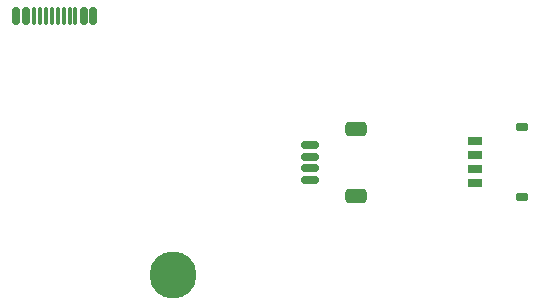
<source format=gbr>
G04 #@! TF.GenerationSoftware,KiCad,Pcbnew,7.0.5-0*
G04 #@! TF.CreationDate,2024-04-16T21:05:00+02:00*
G04 #@! TF.ProjectId,lumberjack,6c756d62-6572-46a6-9163-6b2e6b696361,1.8*
G04 #@! TF.SameCoordinates,Original*
G04 #@! TF.FileFunction,Paste,Bot*
G04 #@! TF.FilePolarity,Positive*
%FSLAX46Y46*%
G04 Gerber Fmt 4.6, Leading zero omitted, Abs format (unit mm)*
G04 Created by KiCad (PCBNEW 7.0.5-0) date 2024-04-16 21:05:00*
%MOMM*%
%LPD*%
G01*
G04 APERTURE LIST*
G04 Aperture macros list*
%AMRoundRect*
0 Rectangle with rounded corners*
0 $1 Rounding radius*
0 $2 $3 $4 $5 $6 $7 $8 $9 X,Y pos of 4 corners*
0 Add a 4 corners polygon primitive as box body*
4,1,4,$2,$3,$4,$5,$6,$7,$8,$9,$2,$3,0*
0 Add four circle primitives for the rounded corners*
1,1,$1+$1,$2,$3*
1,1,$1+$1,$4,$5*
1,1,$1+$1,$6,$7*
1,1,$1+$1,$8,$9*
0 Add four rect primitives between the rounded corners*
20,1,$1+$1,$2,$3,$4,$5,0*
20,1,$1+$1,$4,$5,$6,$7,0*
20,1,$1+$1,$6,$7,$8,$9,0*
20,1,$1+$1,$8,$9,$2,$3,0*%
G04 Aperture macros list end*
%ADD10C,3.987800*%
%ADD11RoundRect,0.150000X-0.150000X-0.575000X0.150000X-0.575000X0.150000X0.575000X-0.150000X0.575000X0*%
%ADD12RoundRect,0.075000X-0.075000X-0.650000X0.075000X-0.650000X0.075000X0.650000X-0.075000X0.650000X0*%
%ADD13RoundRect,0.150000X-0.625000X0.150000X-0.625000X-0.150000X0.625000X-0.150000X0.625000X0.150000X0*%
%ADD14RoundRect,0.249999X-0.650001X0.350001X-0.650001X-0.350001X0.650001X-0.350001X0.650001X0.350001X0*%
%ADD15RoundRect,0.100000X-0.400000X0.250000X-0.400000X-0.250000X0.400000X-0.250000X0.400000X0.250000X0*%
%ADD16RoundRect,0.125000X-0.475000X0.250000X-0.475000X-0.250000X0.475000X-0.250000X0.475000X0.250000X0*%
G04 APERTURE END LIST*
D10*
X38100032Y-83343820D03*
D11*
X24817000Y-61381181D03*
X25617000Y-61381181D03*
D12*
X26817000Y-61381181D03*
X27813000Y-61381181D03*
X28317000Y-61381181D03*
X29317000Y-61381181D03*
D11*
X31317000Y-61381181D03*
X30517000Y-61381181D03*
D12*
X29817000Y-61381181D03*
X28817000Y-61381181D03*
X27317000Y-61381181D03*
X26317000Y-61381181D03*
D13*
X49690000Y-72310000D03*
X49690000Y-73310000D03*
X49690000Y-74310000D03*
X49690000Y-75310000D03*
D14*
X53565000Y-71010000D03*
X53565000Y-76610000D03*
D15*
X67627000Y-70815000D03*
D16*
X63627000Y-71965000D03*
X63627000Y-73165000D03*
X63627000Y-74365000D03*
X63627000Y-75565000D03*
D15*
X67627000Y-76715000D03*
M02*

</source>
